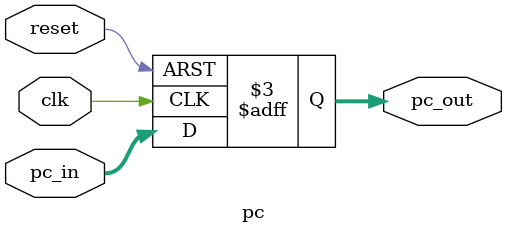
<source format=v>
module pc //program counter with pipe reg 
#(parameter width =32)
(input clk ,
input reset ,
input [width-1:0] pc_in,
output reg  [width-1:0] pc_out
);

always @ (posedge clk,negedge reset )begin
if(!reset)
pc_out<={width{1'b0}};
else 
pc_out<=pc_in;
end
endmodule 
</source>
